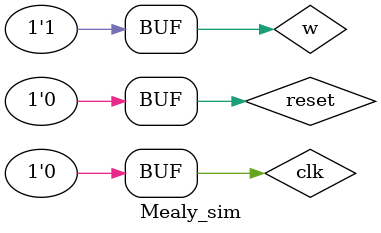
<source format=v>
`timescale 1ns / 1ps

module Mealy_sim;

    reg clk, reset, w;
    wire z;
edge_detect_mealy uut(clk, reset, w,z);

    
initial 
begin
    clk = 0;
    reset = 0;
    w = 0;
#1
    reset = 1; clk = ~clk;
#1
    reset = 0; clk = ~clk;
#1 
    clk = ~clk;
#0.5
    w = 1;
#0.5
    clk = ~clk;
repeat (10) #1 clk = ~clk;

end
endmodule

</source>
